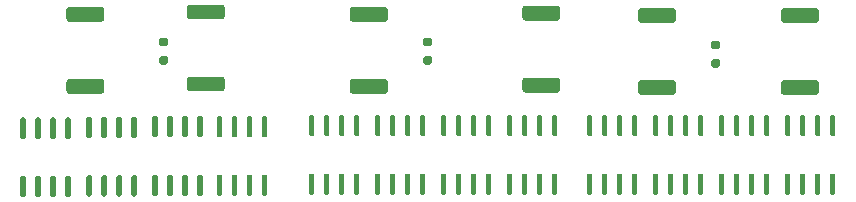
<source format=gbp>
G04 #@! TF.GenerationSoftware,KiCad,Pcbnew,5.1.8*
G04 #@! TF.CreationDate,2021-01-20T23:22:32-05:00*
G04 #@! TF.ProjectId,cnc-controller,636e632d-636f-46e7-9472-6f6c6c65722e,rev?*
G04 #@! TF.SameCoordinates,Original*
G04 #@! TF.FileFunction,Paste,Bot*
G04 #@! TF.FilePolarity,Positive*
%FSLAX46Y46*%
G04 Gerber Fmt 4.6, Leading zero omitted, Abs format (unit mm)*
G04 Created by KiCad (PCBNEW 5.1.8) date 2021-01-20 23:22:32*
%MOMM*%
%LPD*%
G01*
G04 APERTURE LIST*
G04 APERTURE END LIST*
G36*
G01*
X55576016Y-153973800D02*
X52823984Y-153973800D01*
G75*
G02*
X52601200Y-153751016I0J222784D01*
G01*
X52601200Y-152948984D01*
G75*
G02*
X52823984Y-152726200I222784J0D01*
G01*
X55576016Y-152726200D01*
G75*
G02*
X55798800Y-152948984I0J-222784D01*
G01*
X55798800Y-153751016D01*
G75*
G02*
X55576016Y-153973800I-222784J0D01*
G01*
G37*
G36*
G01*
X55576016Y-160073800D02*
X52823984Y-160073800D01*
G75*
G02*
X52601200Y-159851016I0J222784D01*
G01*
X52601200Y-159048984D01*
G75*
G02*
X52823984Y-158826200I222784J0D01*
G01*
X55576016Y-158826200D01*
G75*
G02*
X55798800Y-159048984I0J-222784D01*
G01*
X55798800Y-159851016D01*
G75*
G02*
X55576016Y-160073800I-222784J0D01*
G01*
G37*
G36*
G01*
X70176016Y-153873800D02*
X67423984Y-153873800D01*
G75*
G02*
X67201200Y-153651016I0J222784D01*
G01*
X67201200Y-152848984D01*
G75*
G02*
X67423984Y-152626200I222784J0D01*
G01*
X70176016Y-152626200D01*
G75*
G02*
X70398800Y-152848984I0J-222784D01*
G01*
X70398800Y-153651016D01*
G75*
G02*
X70176016Y-153873800I-222784J0D01*
G01*
G37*
G36*
G01*
X70176016Y-159973800D02*
X67423984Y-159973800D01*
G75*
G02*
X67201200Y-159751016I0J222784D01*
G01*
X67201200Y-158948984D01*
G75*
G02*
X67423984Y-158726200I222784J0D01*
G01*
X70176016Y-158726200D01*
G75*
G02*
X70398800Y-158948984I0J-222784D01*
G01*
X70398800Y-159751016D01*
G75*
G02*
X70176016Y-159973800I-222784J0D01*
G01*
G37*
G36*
G01*
X79976016Y-154073800D02*
X77223984Y-154073800D01*
G75*
G02*
X77001200Y-153851016I0J222784D01*
G01*
X77001200Y-153048984D01*
G75*
G02*
X77223984Y-152826200I222784J0D01*
G01*
X79976016Y-152826200D01*
G75*
G02*
X80198800Y-153048984I0J-222784D01*
G01*
X80198800Y-153851016D01*
G75*
G02*
X79976016Y-154073800I-222784J0D01*
G01*
G37*
G36*
G01*
X79976016Y-160173800D02*
X77223984Y-160173800D01*
G75*
G02*
X77001200Y-159951016I0J222784D01*
G01*
X77001200Y-159148984D01*
G75*
G02*
X77223984Y-158926200I222784J0D01*
G01*
X79976016Y-158926200D01*
G75*
G02*
X80198800Y-159148984I0J-222784D01*
G01*
X80198800Y-159951016D01*
G75*
G02*
X79976016Y-160173800I-222784J0D01*
G01*
G37*
G36*
G01*
X92076016Y-154073800D02*
X89323984Y-154073800D01*
G75*
G02*
X89101200Y-153851016I0J222784D01*
G01*
X89101200Y-153048984D01*
G75*
G02*
X89323984Y-152826200I222784J0D01*
G01*
X92076016Y-152826200D01*
G75*
G02*
X92298800Y-153048984I0J-222784D01*
G01*
X92298800Y-153851016D01*
G75*
G02*
X92076016Y-154073800I-222784J0D01*
G01*
G37*
G36*
G01*
X92076016Y-160173800D02*
X89323984Y-160173800D01*
G75*
G02*
X89101200Y-159951016I0J222784D01*
G01*
X89101200Y-159148984D01*
G75*
G02*
X89323984Y-158926200I222784J0D01*
G01*
X92076016Y-158926200D01*
G75*
G02*
X92298800Y-159148984I0J-222784D01*
G01*
X92298800Y-159951016D01*
G75*
G02*
X92076016Y-160173800I-222784J0D01*
G01*
G37*
G36*
G01*
X31576016Y-153973800D02*
X28823984Y-153973800D01*
G75*
G02*
X28601200Y-153751016I0J222784D01*
G01*
X28601200Y-152948984D01*
G75*
G02*
X28823984Y-152726200I222784J0D01*
G01*
X31576016Y-152726200D01*
G75*
G02*
X31798800Y-152948984I0J-222784D01*
G01*
X31798800Y-153751016D01*
G75*
G02*
X31576016Y-153973800I-222784J0D01*
G01*
G37*
G36*
G01*
X31576016Y-160073800D02*
X28823984Y-160073800D01*
G75*
G02*
X28601200Y-159851016I0J222784D01*
G01*
X28601200Y-159048984D01*
G75*
G02*
X28823984Y-158826200I222784J0D01*
G01*
X31576016Y-158826200D01*
G75*
G02*
X31798800Y-159048984I0J-222784D01*
G01*
X31798800Y-159851016D01*
G75*
G02*
X31576016Y-160073800I-222784J0D01*
G01*
G37*
G36*
G01*
X41776016Y-153773800D02*
X39023984Y-153773800D01*
G75*
G02*
X38801200Y-153551016I0J222784D01*
G01*
X38801200Y-152748984D01*
G75*
G02*
X39023984Y-152526200I222784J0D01*
G01*
X41776016Y-152526200D01*
G75*
G02*
X41998800Y-152748984I0J-222784D01*
G01*
X41998800Y-153551016D01*
G75*
G02*
X41776016Y-153773800I-222784J0D01*
G01*
G37*
G36*
G01*
X41776016Y-159873800D02*
X39023984Y-159873800D01*
G75*
G02*
X38801200Y-159651016I0J222784D01*
G01*
X38801200Y-158848984D01*
G75*
G02*
X39023984Y-158626200I222784J0D01*
G01*
X41776016Y-158626200D01*
G75*
G02*
X41998800Y-158848984I0J-222784D01*
G01*
X41998800Y-159651016D01*
G75*
G02*
X41776016Y-159873800I-222784J0D01*
G01*
G37*
G36*
G01*
X60429100Y-166830200D02*
X60652900Y-166830200D01*
G75*
G02*
X60764800Y-166942100I0J-111900D01*
G01*
X60764800Y-168515900D01*
G75*
G02*
X60652900Y-168627800I-111900J0D01*
G01*
X60429100Y-168627800D01*
G75*
G02*
X60317200Y-168515900I0J111900D01*
G01*
X60317200Y-166942100D01*
G75*
G02*
X60429100Y-166830200I111900J0D01*
G01*
G37*
G36*
G01*
X61699100Y-166830200D02*
X61922900Y-166830200D01*
G75*
G02*
X62034800Y-166942100I0J-111900D01*
G01*
X62034800Y-168515900D01*
G75*
G02*
X61922900Y-168627800I-111900J0D01*
G01*
X61699100Y-168627800D01*
G75*
G02*
X61587200Y-168515900I0J111900D01*
G01*
X61587200Y-166942100D01*
G75*
G02*
X61699100Y-166830200I111900J0D01*
G01*
G37*
G36*
G01*
X62969100Y-166830200D02*
X63192900Y-166830200D01*
G75*
G02*
X63304800Y-166942100I0J-111900D01*
G01*
X63304800Y-168515900D01*
G75*
G02*
X63192900Y-168627800I-111900J0D01*
G01*
X62969100Y-168627800D01*
G75*
G02*
X62857200Y-168515900I0J111900D01*
G01*
X62857200Y-166942100D01*
G75*
G02*
X62969100Y-166830200I111900J0D01*
G01*
G37*
G36*
G01*
X64239100Y-166830200D02*
X64462900Y-166830200D01*
G75*
G02*
X64574800Y-166942100I0J-111900D01*
G01*
X64574800Y-168515900D01*
G75*
G02*
X64462900Y-168627800I-111900J0D01*
G01*
X64239100Y-168627800D01*
G75*
G02*
X64127200Y-168515900I0J111900D01*
G01*
X64127200Y-166942100D01*
G75*
G02*
X64239100Y-166830200I111900J0D01*
G01*
G37*
G36*
G01*
X64239100Y-161880200D02*
X64462900Y-161880200D01*
G75*
G02*
X64574800Y-161992100I0J-111900D01*
G01*
X64574800Y-163565900D01*
G75*
G02*
X64462900Y-163677800I-111900J0D01*
G01*
X64239100Y-163677800D01*
G75*
G02*
X64127200Y-163565900I0J111900D01*
G01*
X64127200Y-161992100D01*
G75*
G02*
X64239100Y-161880200I111900J0D01*
G01*
G37*
G36*
G01*
X62969100Y-161880200D02*
X63192900Y-161880200D01*
G75*
G02*
X63304800Y-161992100I0J-111900D01*
G01*
X63304800Y-163565900D01*
G75*
G02*
X63192900Y-163677800I-111900J0D01*
G01*
X62969100Y-163677800D01*
G75*
G02*
X62857200Y-163565900I0J111900D01*
G01*
X62857200Y-161992100D01*
G75*
G02*
X62969100Y-161880200I111900J0D01*
G01*
G37*
G36*
G01*
X61699100Y-161880200D02*
X61922900Y-161880200D01*
G75*
G02*
X62034800Y-161992100I0J-111900D01*
G01*
X62034800Y-163565900D01*
G75*
G02*
X61922900Y-163677800I-111900J0D01*
G01*
X61699100Y-163677800D01*
G75*
G02*
X61587200Y-163565900I0J111900D01*
G01*
X61587200Y-161992100D01*
G75*
G02*
X61699100Y-161880200I111900J0D01*
G01*
G37*
G36*
G01*
X60429100Y-161880200D02*
X60652900Y-161880200D01*
G75*
G02*
X60764800Y-161992100I0J-111900D01*
G01*
X60764800Y-163565900D01*
G75*
G02*
X60652900Y-163677800I-111900J0D01*
G01*
X60429100Y-163677800D01*
G75*
G02*
X60317200Y-163565900I0J111900D01*
G01*
X60317200Y-161992100D01*
G75*
G02*
X60429100Y-161880200I111900J0D01*
G01*
G37*
G36*
G01*
X49253100Y-166830200D02*
X49476900Y-166830200D01*
G75*
G02*
X49588800Y-166942100I0J-111900D01*
G01*
X49588800Y-168515900D01*
G75*
G02*
X49476900Y-168627800I-111900J0D01*
G01*
X49253100Y-168627800D01*
G75*
G02*
X49141200Y-168515900I0J111900D01*
G01*
X49141200Y-166942100D01*
G75*
G02*
X49253100Y-166830200I111900J0D01*
G01*
G37*
G36*
G01*
X50523100Y-166830200D02*
X50746900Y-166830200D01*
G75*
G02*
X50858800Y-166942100I0J-111900D01*
G01*
X50858800Y-168515900D01*
G75*
G02*
X50746900Y-168627800I-111900J0D01*
G01*
X50523100Y-168627800D01*
G75*
G02*
X50411200Y-168515900I0J111900D01*
G01*
X50411200Y-166942100D01*
G75*
G02*
X50523100Y-166830200I111900J0D01*
G01*
G37*
G36*
G01*
X51793100Y-166830200D02*
X52016900Y-166830200D01*
G75*
G02*
X52128800Y-166942100I0J-111900D01*
G01*
X52128800Y-168515900D01*
G75*
G02*
X52016900Y-168627800I-111900J0D01*
G01*
X51793100Y-168627800D01*
G75*
G02*
X51681200Y-168515900I0J111900D01*
G01*
X51681200Y-166942100D01*
G75*
G02*
X51793100Y-166830200I111900J0D01*
G01*
G37*
G36*
G01*
X53063100Y-166830200D02*
X53286900Y-166830200D01*
G75*
G02*
X53398800Y-166942100I0J-111900D01*
G01*
X53398800Y-168515900D01*
G75*
G02*
X53286900Y-168627800I-111900J0D01*
G01*
X53063100Y-168627800D01*
G75*
G02*
X52951200Y-168515900I0J111900D01*
G01*
X52951200Y-166942100D01*
G75*
G02*
X53063100Y-166830200I111900J0D01*
G01*
G37*
G36*
G01*
X53063100Y-161880200D02*
X53286900Y-161880200D01*
G75*
G02*
X53398800Y-161992100I0J-111900D01*
G01*
X53398800Y-163565900D01*
G75*
G02*
X53286900Y-163677800I-111900J0D01*
G01*
X53063100Y-163677800D01*
G75*
G02*
X52951200Y-163565900I0J111900D01*
G01*
X52951200Y-161992100D01*
G75*
G02*
X53063100Y-161880200I111900J0D01*
G01*
G37*
G36*
G01*
X51793100Y-161880200D02*
X52016900Y-161880200D01*
G75*
G02*
X52128800Y-161992100I0J-111900D01*
G01*
X52128800Y-163565900D01*
G75*
G02*
X52016900Y-163677800I-111900J0D01*
G01*
X51793100Y-163677800D01*
G75*
G02*
X51681200Y-163565900I0J111900D01*
G01*
X51681200Y-161992100D01*
G75*
G02*
X51793100Y-161880200I111900J0D01*
G01*
G37*
G36*
G01*
X50523100Y-161880200D02*
X50746900Y-161880200D01*
G75*
G02*
X50858800Y-161992100I0J-111900D01*
G01*
X50858800Y-163565900D01*
G75*
G02*
X50746900Y-163677800I-111900J0D01*
G01*
X50523100Y-163677800D01*
G75*
G02*
X50411200Y-163565900I0J111900D01*
G01*
X50411200Y-161992100D01*
G75*
G02*
X50523100Y-161880200I111900J0D01*
G01*
G37*
G36*
G01*
X49253100Y-161880200D02*
X49476900Y-161880200D01*
G75*
G02*
X49588800Y-161992100I0J-111900D01*
G01*
X49588800Y-163565900D01*
G75*
G02*
X49476900Y-163677800I-111900J0D01*
G01*
X49253100Y-163677800D01*
G75*
G02*
X49141200Y-163565900I0J111900D01*
G01*
X49141200Y-161992100D01*
G75*
G02*
X49253100Y-161880200I111900J0D01*
G01*
G37*
G36*
G01*
X66017100Y-166830200D02*
X66240900Y-166830200D01*
G75*
G02*
X66352800Y-166942100I0J-111900D01*
G01*
X66352800Y-168515900D01*
G75*
G02*
X66240900Y-168627800I-111900J0D01*
G01*
X66017100Y-168627800D01*
G75*
G02*
X65905200Y-168515900I0J111900D01*
G01*
X65905200Y-166942100D01*
G75*
G02*
X66017100Y-166830200I111900J0D01*
G01*
G37*
G36*
G01*
X67287100Y-166830200D02*
X67510900Y-166830200D01*
G75*
G02*
X67622800Y-166942100I0J-111900D01*
G01*
X67622800Y-168515900D01*
G75*
G02*
X67510900Y-168627800I-111900J0D01*
G01*
X67287100Y-168627800D01*
G75*
G02*
X67175200Y-168515900I0J111900D01*
G01*
X67175200Y-166942100D01*
G75*
G02*
X67287100Y-166830200I111900J0D01*
G01*
G37*
G36*
G01*
X68557100Y-166830200D02*
X68780900Y-166830200D01*
G75*
G02*
X68892800Y-166942100I0J-111900D01*
G01*
X68892800Y-168515900D01*
G75*
G02*
X68780900Y-168627800I-111900J0D01*
G01*
X68557100Y-168627800D01*
G75*
G02*
X68445200Y-168515900I0J111900D01*
G01*
X68445200Y-166942100D01*
G75*
G02*
X68557100Y-166830200I111900J0D01*
G01*
G37*
G36*
G01*
X69827100Y-166830200D02*
X70050900Y-166830200D01*
G75*
G02*
X70162800Y-166942100I0J-111900D01*
G01*
X70162800Y-168515900D01*
G75*
G02*
X70050900Y-168627800I-111900J0D01*
G01*
X69827100Y-168627800D01*
G75*
G02*
X69715200Y-168515900I0J111900D01*
G01*
X69715200Y-166942100D01*
G75*
G02*
X69827100Y-166830200I111900J0D01*
G01*
G37*
G36*
G01*
X69827100Y-161880200D02*
X70050900Y-161880200D01*
G75*
G02*
X70162800Y-161992100I0J-111900D01*
G01*
X70162800Y-163565900D01*
G75*
G02*
X70050900Y-163677800I-111900J0D01*
G01*
X69827100Y-163677800D01*
G75*
G02*
X69715200Y-163565900I0J111900D01*
G01*
X69715200Y-161992100D01*
G75*
G02*
X69827100Y-161880200I111900J0D01*
G01*
G37*
G36*
G01*
X68557100Y-161880200D02*
X68780900Y-161880200D01*
G75*
G02*
X68892800Y-161992100I0J-111900D01*
G01*
X68892800Y-163565900D01*
G75*
G02*
X68780900Y-163677800I-111900J0D01*
G01*
X68557100Y-163677800D01*
G75*
G02*
X68445200Y-163565900I0J111900D01*
G01*
X68445200Y-161992100D01*
G75*
G02*
X68557100Y-161880200I111900J0D01*
G01*
G37*
G36*
G01*
X67287100Y-161880200D02*
X67510900Y-161880200D01*
G75*
G02*
X67622800Y-161992100I0J-111900D01*
G01*
X67622800Y-163565900D01*
G75*
G02*
X67510900Y-163677800I-111900J0D01*
G01*
X67287100Y-163677800D01*
G75*
G02*
X67175200Y-163565900I0J111900D01*
G01*
X67175200Y-161992100D01*
G75*
G02*
X67287100Y-161880200I111900J0D01*
G01*
G37*
G36*
G01*
X66017100Y-161880200D02*
X66240900Y-161880200D01*
G75*
G02*
X66352800Y-161992100I0J-111900D01*
G01*
X66352800Y-163565900D01*
G75*
G02*
X66240900Y-163677800I-111900J0D01*
G01*
X66017100Y-163677800D01*
G75*
G02*
X65905200Y-163565900I0J111900D01*
G01*
X65905200Y-161992100D01*
G75*
G02*
X66017100Y-161880200I111900J0D01*
G01*
G37*
G36*
G01*
X54841100Y-166830200D02*
X55064900Y-166830200D01*
G75*
G02*
X55176800Y-166942100I0J-111900D01*
G01*
X55176800Y-168515900D01*
G75*
G02*
X55064900Y-168627800I-111900J0D01*
G01*
X54841100Y-168627800D01*
G75*
G02*
X54729200Y-168515900I0J111900D01*
G01*
X54729200Y-166942100D01*
G75*
G02*
X54841100Y-166830200I111900J0D01*
G01*
G37*
G36*
G01*
X56111100Y-166830200D02*
X56334900Y-166830200D01*
G75*
G02*
X56446800Y-166942100I0J-111900D01*
G01*
X56446800Y-168515900D01*
G75*
G02*
X56334900Y-168627800I-111900J0D01*
G01*
X56111100Y-168627800D01*
G75*
G02*
X55999200Y-168515900I0J111900D01*
G01*
X55999200Y-166942100D01*
G75*
G02*
X56111100Y-166830200I111900J0D01*
G01*
G37*
G36*
G01*
X57381100Y-166830200D02*
X57604900Y-166830200D01*
G75*
G02*
X57716800Y-166942100I0J-111900D01*
G01*
X57716800Y-168515900D01*
G75*
G02*
X57604900Y-168627800I-111900J0D01*
G01*
X57381100Y-168627800D01*
G75*
G02*
X57269200Y-168515900I0J111900D01*
G01*
X57269200Y-166942100D01*
G75*
G02*
X57381100Y-166830200I111900J0D01*
G01*
G37*
G36*
G01*
X58651100Y-166830200D02*
X58874900Y-166830200D01*
G75*
G02*
X58986800Y-166942100I0J-111900D01*
G01*
X58986800Y-168515900D01*
G75*
G02*
X58874900Y-168627800I-111900J0D01*
G01*
X58651100Y-168627800D01*
G75*
G02*
X58539200Y-168515900I0J111900D01*
G01*
X58539200Y-166942100D01*
G75*
G02*
X58651100Y-166830200I111900J0D01*
G01*
G37*
G36*
G01*
X58651100Y-161880200D02*
X58874900Y-161880200D01*
G75*
G02*
X58986800Y-161992100I0J-111900D01*
G01*
X58986800Y-163565900D01*
G75*
G02*
X58874900Y-163677800I-111900J0D01*
G01*
X58651100Y-163677800D01*
G75*
G02*
X58539200Y-163565900I0J111900D01*
G01*
X58539200Y-161992100D01*
G75*
G02*
X58651100Y-161880200I111900J0D01*
G01*
G37*
G36*
G01*
X57381100Y-161880200D02*
X57604900Y-161880200D01*
G75*
G02*
X57716800Y-161992100I0J-111900D01*
G01*
X57716800Y-163565900D01*
G75*
G02*
X57604900Y-163677800I-111900J0D01*
G01*
X57381100Y-163677800D01*
G75*
G02*
X57269200Y-163565900I0J111900D01*
G01*
X57269200Y-161992100D01*
G75*
G02*
X57381100Y-161880200I111900J0D01*
G01*
G37*
G36*
G01*
X56111100Y-161880200D02*
X56334900Y-161880200D01*
G75*
G02*
X56446800Y-161992100I0J-111900D01*
G01*
X56446800Y-163565900D01*
G75*
G02*
X56334900Y-163677800I-111900J0D01*
G01*
X56111100Y-163677800D01*
G75*
G02*
X55999200Y-163565900I0J111900D01*
G01*
X55999200Y-161992100D01*
G75*
G02*
X56111100Y-161880200I111900J0D01*
G01*
G37*
G36*
G01*
X54841100Y-161880200D02*
X55064900Y-161880200D01*
G75*
G02*
X55176800Y-161992100I0J-111900D01*
G01*
X55176800Y-163565900D01*
G75*
G02*
X55064900Y-163677800I-111900J0D01*
G01*
X54841100Y-163677800D01*
G75*
G02*
X54729200Y-163565900I0J111900D01*
G01*
X54729200Y-161992100D01*
G75*
G02*
X54841100Y-161880200I111900J0D01*
G01*
G37*
G36*
G01*
X83967100Y-166830200D02*
X84190900Y-166830200D01*
G75*
G02*
X84302800Y-166942100I0J-111900D01*
G01*
X84302800Y-168515900D01*
G75*
G02*
X84190900Y-168627800I-111900J0D01*
G01*
X83967100Y-168627800D01*
G75*
G02*
X83855200Y-168515900I0J111900D01*
G01*
X83855200Y-166942100D01*
G75*
G02*
X83967100Y-166830200I111900J0D01*
G01*
G37*
G36*
G01*
X85237100Y-166830200D02*
X85460900Y-166830200D01*
G75*
G02*
X85572800Y-166942100I0J-111900D01*
G01*
X85572800Y-168515900D01*
G75*
G02*
X85460900Y-168627800I-111900J0D01*
G01*
X85237100Y-168627800D01*
G75*
G02*
X85125200Y-168515900I0J111900D01*
G01*
X85125200Y-166942100D01*
G75*
G02*
X85237100Y-166830200I111900J0D01*
G01*
G37*
G36*
G01*
X86507100Y-166830200D02*
X86730900Y-166830200D01*
G75*
G02*
X86842800Y-166942100I0J-111900D01*
G01*
X86842800Y-168515900D01*
G75*
G02*
X86730900Y-168627800I-111900J0D01*
G01*
X86507100Y-168627800D01*
G75*
G02*
X86395200Y-168515900I0J111900D01*
G01*
X86395200Y-166942100D01*
G75*
G02*
X86507100Y-166830200I111900J0D01*
G01*
G37*
G36*
G01*
X87777100Y-166830200D02*
X88000900Y-166830200D01*
G75*
G02*
X88112800Y-166942100I0J-111900D01*
G01*
X88112800Y-168515900D01*
G75*
G02*
X88000900Y-168627800I-111900J0D01*
G01*
X87777100Y-168627800D01*
G75*
G02*
X87665200Y-168515900I0J111900D01*
G01*
X87665200Y-166942100D01*
G75*
G02*
X87777100Y-166830200I111900J0D01*
G01*
G37*
G36*
G01*
X87777100Y-161880200D02*
X88000900Y-161880200D01*
G75*
G02*
X88112800Y-161992100I0J-111900D01*
G01*
X88112800Y-163565900D01*
G75*
G02*
X88000900Y-163677800I-111900J0D01*
G01*
X87777100Y-163677800D01*
G75*
G02*
X87665200Y-163565900I0J111900D01*
G01*
X87665200Y-161992100D01*
G75*
G02*
X87777100Y-161880200I111900J0D01*
G01*
G37*
G36*
G01*
X86507100Y-161880200D02*
X86730900Y-161880200D01*
G75*
G02*
X86842800Y-161992100I0J-111900D01*
G01*
X86842800Y-163565900D01*
G75*
G02*
X86730900Y-163677800I-111900J0D01*
G01*
X86507100Y-163677800D01*
G75*
G02*
X86395200Y-163565900I0J111900D01*
G01*
X86395200Y-161992100D01*
G75*
G02*
X86507100Y-161880200I111900J0D01*
G01*
G37*
G36*
G01*
X85237100Y-161880200D02*
X85460900Y-161880200D01*
G75*
G02*
X85572800Y-161992100I0J-111900D01*
G01*
X85572800Y-163565900D01*
G75*
G02*
X85460900Y-163677800I-111900J0D01*
G01*
X85237100Y-163677800D01*
G75*
G02*
X85125200Y-163565900I0J111900D01*
G01*
X85125200Y-161992100D01*
G75*
G02*
X85237100Y-161880200I111900J0D01*
G01*
G37*
G36*
G01*
X83967100Y-161880200D02*
X84190900Y-161880200D01*
G75*
G02*
X84302800Y-161992100I0J-111900D01*
G01*
X84302800Y-163565900D01*
G75*
G02*
X84190900Y-163677800I-111900J0D01*
G01*
X83967100Y-163677800D01*
G75*
G02*
X83855200Y-163565900I0J111900D01*
G01*
X83855200Y-161992100D01*
G75*
G02*
X83967100Y-161880200I111900J0D01*
G01*
G37*
G36*
G01*
X72791100Y-166830200D02*
X73014900Y-166830200D01*
G75*
G02*
X73126800Y-166942100I0J-111900D01*
G01*
X73126800Y-168515900D01*
G75*
G02*
X73014900Y-168627800I-111900J0D01*
G01*
X72791100Y-168627800D01*
G75*
G02*
X72679200Y-168515900I0J111900D01*
G01*
X72679200Y-166942100D01*
G75*
G02*
X72791100Y-166830200I111900J0D01*
G01*
G37*
G36*
G01*
X74061100Y-166830200D02*
X74284900Y-166830200D01*
G75*
G02*
X74396800Y-166942100I0J-111900D01*
G01*
X74396800Y-168515900D01*
G75*
G02*
X74284900Y-168627800I-111900J0D01*
G01*
X74061100Y-168627800D01*
G75*
G02*
X73949200Y-168515900I0J111900D01*
G01*
X73949200Y-166942100D01*
G75*
G02*
X74061100Y-166830200I111900J0D01*
G01*
G37*
G36*
G01*
X75331100Y-166830200D02*
X75554900Y-166830200D01*
G75*
G02*
X75666800Y-166942100I0J-111900D01*
G01*
X75666800Y-168515900D01*
G75*
G02*
X75554900Y-168627800I-111900J0D01*
G01*
X75331100Y-168627800D01*
G75*
G02*
X75219200Y-168515900I0J111900D01*
G01*
X75219200Y-166942100D01*
G75*
G02*
X75331100Y-166830200I111900J0D01*
G01*
G37*
G36*
G01*
X76601100Y-166830200D02*
X76824900Y-166830200D01*
G75*
G02*
X76936800Y-166942100I0J-111900D01*
G01*
X76936800Y-168515900D01*
G75*
G02*
X76824900Y-168627800I-111900J0D01*
G01*
X76601100Y-168627800D01*
G75*
G02*
X76489200Y-168515900I0J111900D01*
G01*
X76489200Y-166942100D01*
G75*
G02*
X76601100Y-166830200I111900J0D01*
G01*
G37*
G36*
G01*
X76601100Y-161880200D02*
X76824900Y-161880200D01*
G75*
G02*
X76936800Y-161992100I0J-111900D01*
G01*
X76936800Y-163565900D01*
G75*
G02*
X76824900Y-163677800I-111900J0D01*
G01*
X76601100Y-163677800D01*
G75*
G02*
X76489200Y-163565900I0J111900D01*
G01*
X76489200Y-161992100D01*
G75*
G02*
X76601100Y-161880200I111900J0D01*
G01*
G37*
G36*
G01*
X75331100Y-161880200D02*
X75554900Y-161880200D01*
G75*
G02*
X75666800Y-161992100I0J-111900D01*
G01*
X75666800Y-163565900D01*
G75*
G02*
X75554900Y-163677800I-111900J0D01*
G01*
X75331100Y-163677800D01*
G75*
G02*
X75219200Y-163565900I0J111900D01*
G01*
X75219200Y-161992100D01*
G75*
G02*
X75331100Y-161880200I111900J0D01*
G01*
G37*
G36*
G01*
X74061100Y-161880200D02*
X74284900Y-161880200D01*
G75*
G02*
X74396800Y-161992100I0J-111900D01*
G01*
X74396800Y-163565900D01*
G75*
G02*
X74284900Y-163677800I-111900J0D01*
G01*
X74061100Y-163677800D01*
G75*
G02*
X73949200Y-163565900I0J111900D01*
G01*
X73949200Y-161992100D01*
G75*
G02*
X74061100Y-161880200I111900J0D01*
G01*
G37*
G36*
G01*
X72791100Y-161880200D02*
X73014900Y-161880200D01*
G75*
G02*
X73126800Y-161992100I0J-111900D01*
G01*
X73126800Y-163565900D01*
G75*
G02*
X73014900Y-163677800I-111900J0D01*
G01*
X72791100Y-163677800D01*
G75*
G02*
X72679200Y-163565900I0J111900D01*
G01*
X72679200Y-161992100D01*
G75*
G02*
X72791100Y-161880200I111900J0D01*
G01*
G37*
G36*
G01*
X89555100Y-166830200D02*
X89778900Y-166830200D01*
G75*
G02*
X89890800Y-166942100I0J-111900D01*
G01*
X89890800Y-168515900D01*
G75*
G02*
X89778900Y-168627800I-111900J0D01*
G01*
X89555100Y-168627800D01*
G75*
G02*
X89443200Y-168515900I0J111900D01*
G01*
X89443200Y-166942100D01*
G75*
G02*
X89555100Y-166830200I111900J0D01*
G01*
G37*
G36*
G01*
X90825100Y-166830200D02*
X91048900Y-166830200D01*
G75*
G02*
X91160800Y-166942100I0J-111900D01*
G01*
X91160800Y-168515900D01*
G75*
G02*
X91048900Y-168627800I-111900J0D01*
G01*
X90825100Y-168627800D01*
G75*
G02*
X90713200Y-168515900I0J111900D01*
G01*
X90713200Y-166942100D01*
G75*
G02*
X90825100Y-166830200I111900J0D01*
G01*
G37*
G36*
G01*
X92095100Y-166830200D02*
X92318900Y-166830200D01*
G75*
G02*
X92430800Y-166942100I0J-111900D01*
G01*
X92430800Y-168515900D01*
G75*
G02*
X92318900Y-168627800I-111900J0D01*
G01*
X92095100Y-168627800D01*
G75*
G02*
X91983200Y-168515900I0J111900D01*
G01*
X91983200Y-166942100D01*
G75*
G02*
X92095100Y-166830200I111900J0D01*
G01*
G37*
G36*
G01*
X93365100Y-166830200D02*
X93588900Y-166830200D01*
G75*
G02*
X93700800Y-166942100I0J-111900D01*
G01*
X93700800Y-168515900D01*
G75*
G02*
X93588900Y-168627800I-111900J0D01*
G01*
X93365100Y-168627800D01*
G75*
G02*
X93253200Y-168515900I0J111900D01*
G01*
X93253200Y-166942100D01*
G75*
G02*
X93365100Y-166830200I111900J0D01*
G01*
G37*
G36*
G01*
X93365100Y-161880200D02*
X93588900Y-161880200D01*
G75*
G02*
X93700800Y-161992100I0J-111900D01*
G01*
X93700800Y-163565900D01*
G75*
G02*
X93588900Y-163677800I-111900J0D01*
G01*
X93365100Y-163677800D01*
G75*
G02*
X93253200Y-163565900I0J111900D01*
G01*
X93253200Y-161992100D01*
G75*
G02*
X93365100Y-161880200I111900J0D01*
G01*
G37*
G36*
G01*
X92095100Y-161880200D02*
X92318900Y-161880200D01*
G75*
G02*
X92430800Y-161992100I0J-111900D01*
G01*
X92430800Y-163565900D01*
G75*
G02*
X92318900Y-163677800I-111900J0D01*
G01*
X92095100Y-163677800D01*
G75*
G02*
X91983200Y-163565900I0J111900D01*
G01*
X91983200Y-161992100D01*
G75*
G02*
X92095100Y-161880200I111900J0D01*
G01*
G37*
G36*
G01*
X90825100Y-161880200D02*
X91048900Y-161880200D01*
G75*
G02*
X91160800Y-161992100I0J-111900D01*
G01*
X91160800Y-163565900D01*
G75*
G02*
X91048900Y-163677800I-111900J0D01*
G01*
X90825100Y-163677800D01*
G75*
G02*
X90713200Y-163565900I0J111900D01*
G01*
X90713200Y-161992100D01*
G75*
G02*
X90825100Y-161880200I111900J0D01*
G01*
G37*
G36*
G01*
X89555100Y-161880200D02*
X89778900Y-161880200D01*
G75*
G02*
X89890800Y-161992100I0J-111900D01*
G01*
X89890800Y-163565900D01*
G75*
G02*
X89778900Y-163677800I-111900J0D01*
G01*
X89555100Y-163677800D01*
G75*
G02*
X89443200Y-163565900I0J111900D01*
G01*
X89443200Y-161992100D01*
G75*
G02*
X89555100Y-161880200I111900J0D01*
G01*
G37*
G36*
G01*
X78379100Y-166830200D02*
X78602900Y-166830200D01*
G75*
G02*
X78714800Y-166942100I0J-111900D01*
G01*
X78714800Y-168515900D01*
G75*
G02*
X78602900Y-168627800I-111900J0D01*
G01*
X78379100Y-168627800D01*
G75*
G02*
X78267200Y-168515900I0J111900D01*
G01*
X78267200Y-166942100D01*
G75*
G02*
X78379100Y-166830200I111900J0D01*
G01*
G37*
G36*
G01*
X79649100Y-166830200D02*
X79872900Y-166830200D01*
G75*
G02*
X79984800Y-166942100I0J-111900D01*
G01*
X79984800Y-168515900D01*
G75*
G02*
X79872900Y-168627800I-111900J0D01*
G01*
X79649100Y-168627800D01*
G75*
G02*
X79537200Y-168515900I0J111900D01*
G01*
X79537200Y-166942100D01*
G75*
G02*
X79649100Y-166830200I111900J0D01*
G01*
G37*
G36*
G01*
X80919100Y-166830200D02*
X81142900Y-166830200D01*
G75*
G02*
X81254800Y-166942100I0J-111900D01*
G01*
X81254800Y-168515900D01*
G75*
G02*
X81142900Y-168627800I-111900J0D01*
G01*
X80919100Y-168627800D01*
G75*
G02*
X80807200Y-168515900I0J111900D01*
G01*
X80807200Y-166942100D01*
G75*
G02*
X80919100Y-166830200I111900J0D01*
G01*
G37*
G36*
G01*
X82189100Y-166830200D02*
X82412900Y-166830200D01*
G75*
G02*
X82524800Y-166942100I0J-111900D01*
G01*
X82524800Y-168515900D01*
G75*
G02*
X82412900Y-168627800I-111900J0D01*
G01*
X82189100Y-168627800D01*
G75*
G02*
X82077200Y-168515900I0J111900D01*
G01*
X82077200Y-166942100D01*
G75*
G02*
X82189100Y-166830200I111900J0D01*
G01*
G37*
G36*
G01*
X82189100Y-161880200D02*
X82412900Y-161880200D01*
G75*
G02*
X82524800Y-161992100I0J-111900D01*
G01*
X82524800Y-163565900D01*
G75*
G02*
X82412900Y-163677800I-111900J0D01*
G01*
X82189100Y-163677800D01*
G75*
G02*
X82077200Y-163565900I0J111900D01*
G01*
X82077200Y-161992100D01*
G75*
G02*
X82189100Y-161880200I111900J0D01*
G01*
G37*
G36*
G01*
X80919100Y-161880200D02*
X81142900Y-161880200D01*
G75*
G02*
X81254800Y-161992100I0J-111900D01*
G01*
X81254800Y-163565900D01*
G75*
G02*
X81142900Y-163677800I-111900J0D01*
G01*
X80919100Y-163677800D01*
G75*
G02*
X80807200Y-163565900I0J111900D01*
G01*
X80807200Y-161992100D01*
G75*
G02*
X80919100Y-161880200I111900J0D01*
G01*
G37*
G36*
G01*
X79649100Y-161880200D02*
X79872900Y-161880200D01*
G75*
G02*
X79984800Y-161992100I0J-111900D01*
G01*
X79984800Y-163565900D01*
G75*
G02*
X79872900Y-163677800I-111900J0D01*
G01*
X79649100Y-163677800D01*
G75*
G02*
X79537200Y-163565900I0J111900D01*
G01*
X79537200Y-161992100D01*
G75*
G02*
X79649100Y-161880200I111900J0D01*
G01*
G37*
G36*
G01*
X78379100Y-161880200D02*
X78602900Y-161880200D01*
G75*
G02*
X78714800Y-161992100I0J-111900D01*
G01*
X78714800Y-163565900D01*
G75*
G02*
X78602900Y-163677800I-111900J0D01*
G01*
X78379100Y-163677800D01*
G75*
G02*
X78267200Y-163565900I0J111900D01*
G01*
X78267200Y-161992100D01*
G75*
G02*
X78379100Y-161880200I111900J0D01*
G01*
G37*
G36*
G01*
X35989100Y-166926200D02*
X36212900Y-166926200D01*
G75*
G02*
X36324800Y-167038100I0J-111900D01*
G01*
X36324800Y-168611900D01*
G75*
G02*
X36212900Y-168723800I-111900J0D01*
G01*
X35989100Y-168723800D01*
G75*
G02*
X35877200Y-168611900I0J111900D01*
G01*
X35877200Y-167038100D01*
G75*
G02*
X35989100Y-166926200I111900J0D01*
G01*
G37*
G36*
G01*
X37259100Y-166926200D02*
X37482900Y-166926200D01*
G75*
G02*
X37594800Y-167038100I0J-111900D01*
G01*
X37594800Y-168611900D01*
G75*
G02*
X37482900Y-168723800I-111900J0D01*
G01*
X37259100Y-168723800D01*
G75*
G02*
X37147200Y-168611900I0J111900D01*
G01*
X37147200Y-167038100D01*
G75*
G02*
X37259100Y-166926200I111900J0D01*
G01*
G37*
G36*
G01*
X38529100Y-166926200D02*
X38752900Y-166926200D01*
G75*
G02*
X38864800Y-167038100I0J-111900D01*
G01*
X38864800Y-168611900D01*
G75*
G02*
X38752900Y-168723800I-111900J0D01*
G01*
X38529100Y-168723800D01*
G75*
G02*
X38417200Y-168611900I0J111900D01*
G01*
X38417200Y-167038100D01*
G75*
G02*
X38529100Y-166926200I111900J0D01*
G01*
G37*
G36*
G01*
X39799100Y-166926200D02*
X40022900Y-166926200D01*
G75*
G02*
X40134800Y-167038100I0J-111900D01*
G01*
X40134800Y-168611900D01*
G75*
G02*
X40022900Y-168723800I-111900J0D01*
G01*
X39799100Y-168723800D01*
G75*
G02*
X39687200Y-168611900I0J111900D01*
G01*
X39687200Y-167038100D01*
G75*
G02*
X39799100Y-166926200I111900J0D01*
G01*
G37*
G36*
G01*
X39799100Y-161976200D02*
X40022900Y-161976200D01*
G75*
G02*
X40134800Y-162088100I0J-111900D01*
G01*
X40134800Y-163661900D01*
G75*
G02*
X40022900Y-163773800I-111900J0D01*
G01*
X39799100Y-163773800D01*
G75*
G02*
X39687200Y-163661900I0J111900D01*
G01*
X39687200Y-162088100D01*
G75*
G02*
X39799100Y-161976200I111900J0D01*
G01*
G37*
G36*
G01*
X38529100Y-161976200D02*
X38752900Y-161976200D01*
G75*
G02*
X38864800Y-162088100I0J-111900D01*
G01*
X38864800Y-163661900D01*
G75*
G02*
X38752900Y-163773800I-111900J0D01*
G01*
X38529100Y-163773800D01*
G75*
G02*
X38417200Y-163661900I0J111900D01*
G01*
X38417200Y-162088100D01*
G75*
G02*
X38529100Y-161976200I111900J0D01*
G01*
G37*
G36*
G01*
X37259100Y-161976200D02*
X37482900Y-161976200D01*
G75*
G02*
X37594800Y-162088100I0J-111900D01*
G01*
X37594800Y-163661900D01*
G75*
G02*
X37482900Y-163773800I-111900J0D01*
G01*
X37259100Y-163773800D01*
G75*
G02*
X37147200Y-163661900I0J111900D01*
G01*
X37147200Y-162088100D01*
G75*
G02*
X37259100Y-161976200I111900J0D01*
G01*
G37*
G36*
G01*
X35989100Y-161976200D02*
X36212900Y-161976200D01*
G75*
G02*
X36324800Y-162088100I0J-111900D01*
G01*
X36324800Y-163661900D01*
G75*
G02*
X36212900Y-163773800I-111900J0D01*
G01*
X35989100Y-163773800D01*
G75*
G02*
X35877200Y-163661900I0J111900D01*
G01*
X35877200Y-162088100D01*
G75*
G02*
X35989100Y-161976200I111900J0D01*
G01*
G37*
G36*
G01*
X24813100Y-167030200D02*
X25036900Y-167030200D01*
G75*
G02*
X25148800Y-167142100I0J-111900D01*
G01*
X25148800Y-168715900D01*
G75*
G02*
X25036900Y-168827800I-111900J0D01*
G01*
X24813100Y-168827800D01*
G75*
G02*
X24701200Y-168715900I0J111900D01*
G01*
X24701200Y-167142100D01*
G75*
G02*
X24813100Y-167030200I111900J0D01*
G01*
G37*
G36*
G01*
X26083100Y-167030200D02*
X26306900Y-167030200D01*
G75*
G02*
X26418800Y-167142100I0J-111900D01*
G01*
X26418800Y-168715900D01*
G75*
G02*
X26306900Y-168827800I-111900J0D01*
G01*
X26083100Y-168827800D01*
G75*
G02*
X25971200Y-168715900I0J111900D01*
G01*
X25971200Y-167142100D01*
G75*
G02*
X26083100Y-167030200I111900J0D01*
G01*
G37*
G36*
G01*
X27353100Y-167030200D02*
X27576900Y-167030200D01*
G75*
G02*
X27688800Y-167142100I0J-111900D01*
G01*
X27688800Y-168715900D01*
G75*
G02*
X27576900Y-168827800I-111900J0D01*
G01*
X27353100Y-168827800D01*
G75*
G02*
X27241200Y-168715900I0J111900D01*
G01*
X27241200Y-167142100D01*
G75*
G02*
X27353100Y-167030200I111900J0D01*
G01*
G37*
G36*
G01*
X28623100Y-167030200D02*
X28846900Y-167030200D01*
G75*
G02*
X28958800Y-167142100I0J-111900D01*
G01*
X28958800Y-168715900D01*
G75*
G02*
X28846900Y-168827800I-111900J0D01*
G01*
X28623100Y-168827800D01*
G75*
G02*
X28511200Y-168715900I0J111900D01*
G01*
X28511200Y-167142100D01*
G75*
G02*
X28623100Y-167030200I111900J0D01*
G01*
G37*
G36*
G01*
X28623100Y-162080200D02*
X28846900Y-162080200D01*
G75*
G02*
X28958800Y-162192100I0J-111900D01*
G01*
X28958800Y-163765900D01*
G75*
G02*
X28846900Y-163877800I-111900J0D01*
G01*
X28623100Y-163877800D01*
G75*
G02*
X28511200Y-163765900I0J111900D01*
G01*
X28511200Y-162192100D01*
G75*
G02*
X28623100Y-162080200I111900J0D01*
G01*
G37*
G36*
G01*
X27353100Y-162080200D02*
X27576900Y-162080200D01*
G75*
G02*
X27688800Y-162192100I0J-111900D01*
G01*
X27688800Y-163765900D01*
G75*
G02*
X27576900Y-163877800I-111900J0D01*
G01*
X27353100Y-163877800D01*
G75*
G02*
X27241200Y-163765900I0J111900D01*
G01*
X27241200Y-162192100D01*
G75*
G02*
X27353100Y-162080200I111900J0D01*
G01*
G37*
G36*
G01*
X26083100Y-162080200D02*
X26306900Y-162080200D01*
G75*
G02*
X26418800Y-162192100I0J-111900D01*
G01*
X26418800Y-163765900D01*
G75*
G02*
X26306900Y-163877800I-111900J0D01*
G01*
X26083100Y-163877800D01*
G75*
G02*
X25971200Y-163765900I0J111900D01*
G01*
X25971200Y-162192100D01*
G75*
G02*
X26083100Y-162080200I111900J0D01*
G01*
G37*
G36*
G01*
X24813100Y-162080200D02*
X25036900Y-162080200D01*
G75*
G02*
X25148800Y-162192100I0J-111900D01*
G01*
X25148800Y-163765900D01*
G75*
G02*
X25036900Y-163877800I-111900J0D01*
G01*
X24813100Y-163877800D01*
G75*
G02*
X24701200Y-163765900I0J111900D01*
G01*
X24701200Y-162192100D01*
G75*
G02*
X24813100Y-162080200I111900J0D01*
G01*
G37*
G36*
G01*
X41453100Y-166926200D02*
X41676900Y-166926200D01*
G75*
G02*
X41788800Y-167038100I0J-111900D01*
G01*
X41788800Y-168611900D01*
G75*
G02*
X41676900Y-168723800I-111900J0D01*
G01*
X41453100Y-168723800D01*
G75*
G02*
X41341200Y-168611900I0J111900D01*
G01*
X41341200Y-167038100D01*
G75*
G02*
X41453100Y-166926200I111900J0D01*
G01*
G37*
G36*
G01*
X42723100Y-166926200D02*
X42946900Y-166926200D01*
G75*
G02*
X43058800Y-167038100I0J-111900D01*
G01*
X43058800Y-168611900D01*
G75*
G02*
X42946900Y-168723800I-111900J0D01*
G01*
X42723100Y-168723800D01*
G75*
G02*
X42611200Y-168611900I0J111900D01*
G01*
X42611200Y-167038100D01*
G75*
G02*
X42723100Y-166926200I111900J0D01*
G01*
G37*
G36*
G01*
X43993100Y-166926200D02*
X44216900Y-166926200D01*
G75*
G02*
X44328800Y-167038100I0J-111900D01*
G01*
X44328800Y-168611900D01*
G75*
G02*
X44216900Y-168723800I-111900J0D01*
G01*
X43993100Y-168723800D01*
G75*
G02*
X43881200Y-168611900I0J111900D01*
G01*
X43881200Y-167038100D01*
G75*
G02*
X43993100Y-166926200I111900J0D01*
G01*
G37*
G36*
G01*
X45263100Y-166926200D02*
X45486900Y-166926200D01*
G75*
G02*
X45598800Y-167038100I0J-111900D01*
G01*
X45598800Y-168611900D01*
G75*
G02*
X45486900Y-168723800I-111900J0D01*
G01*
X45263100Y-168723800D01*
G75*
G02*
X45151200Y-168611900I0J111900D01*
G01*
X45151200Y-167038100D01*
G75*
G02*
X45263100Y-166926200I111900J0D01*
G01*
G37*
G36*
G01*
X45263100Y-161976200D02*
X45486900Y-161976200D01*
G75*
G02*
X45598800Y-162088100I0J-111900D01*
G01*
X45598800Y-163661900D01*
G75*
G02*
X45486900Y-163773800I-111900J0D01*
G01*
X45263100Y-163773800D01*
G75*
G02*
X45151200Y-163661900I0J111900D01*
G01*
X45151200Y-162088100D01*
G75*
G02*
X45263100Y-161976200I111900J0D01*
G01*
G37*
G36*
G01*
X43993100Y-161976200D02*
X44216900Y-161976200D01*
G75*
G02*
X44328800Y-162088100I0J-111900D01*
G01*
X44328800Y-163661900D01*
G75*
G02*
X44216900Y-163773800I-111900J0D01*
G01*
X43993100Y-163773800D01*
G75*
G02*
X43881200Y-163661900I0J111900D01*
G01*
X43881200Y-162088100D01*
G75*
G02*
X43993100Y-161976200I111900J0D01*
G01*
G37*
G36*
G01*
X42723100Y-161976200D02*
X42946900Y-161976200D01*
G75*
G02*
X43058800Y-162088100I0J-111900D01*
G01*
X43058800Y-163661900D01*
G75*
G02*
X42946900Y-163773800I-111900J0D01*
G01*
X42723100Y-163773800D01*
G75*
G02*
X42611200Y-163661900I0J111900D01*
G01*
X42611200Y-162088100D01*
G75*
G02*
X42723100Y-161976200I111900J0D01*
G01*
G37*
G36*
G01*
X41453100Y-161976200D02*
X41676900Y-161976200D01*
G75*
G02*
X41788800Y-162088100I0J-111900D01*
G01*
X41788800Y-163661900D01*
G75*
G02*
X41676900Y-163773800I-111900J0D01*
G01*
X41453100Y-163773800D01*
G75*
G02*
X41341200Y-163661900I0J111900D01*
G01*
X41341200Y-162088100D01*
G75*
G02*
X41453100Y-161976200I111900J0D01*
G01*
G37*
G36*
G01*
X30401100Y-166976200D02*
X30624900Y-166976200D01*
G75*
G02*
X30736800Y-167088100I0J-111900D01*
G01*
X30736800Y-168661900D01*
G75*
G02*
X30624900Y-168773800I-111900J0D01*
G01*
X30401100Y-168773800D01*
G75*
G02*
X30289200Y-168661900I0J111900D01*
G01*
X30289200Y-167088100D01*
G75*
G02*
X30401100Y-166976200I111900J0D01*
G01*
G37*
G36*
G01*
X31671100Y-166976200D02*
X31894900Y-166976200D01*
G75*
G02*
X32006800Y-167088100I0J-111900D01*
G01*
X32006800Y-168661900D01*
G75*
G02*
X31894900Y-168773800I-111900J0D01*
G01*
X31671100Y-168773800D01*
G75*
G02*
X31559200Y-168661900I0J111900D01*
G01*
X31559200Y-167088100D01*
G75*
G02*
X31671100Y-166976200I111900J0D01*
G01*
G37*
G36*
G01*
X32941100Y-166976200D02*
X33164900Y-166976200D01*
G75*
G02*
X33276800Y-167088100I0J-111900D01*
G01*
X33276800Y-168661900D01*
G75*
G02*
X33164900Y-168773800I-111900J0D01*
G01*
X32941100Y-168773800D01*
G75*
G02*
X32829200Y-168661900I0J111900D01*
G01*
X32829200Y-167088100D01*
G75*
G02*
X32941100Y-166976200I111900J0D01*
G01*
G37*
G36*
G01*
X34211100Y-166976200D02*
X34434900Y-166976200D01*
G75*
G02*
X34546800Y-167088100I0J-111900D01*
G01*
X34546800Y-168661900D01*
G75*
G02*
X34434900Y-168773800I-111900J0D01*
G01*
X34211100Y-168773800D01*
G75*
G02*
X34099200Y-168661900I0J111900D01*
G01*
X34099200Y-167088100D01*
G75*
G02*
X34211100Y-166976200I111900J0D01*
G01*
G37*
G36*
G01*
X34211100Y-162026200D02*
X34434900Y-162026200D01*
G75*
G02*
X34546800Y-162138100I0J-111900D01*
G01*
X34546800Y-163711900D01*
G75*
G02*
X34434900Y-163823800I-111900J0D01*
G01*
X34211100Y-163823800D01*
G75*
G02*
X34099200Y-163711900I0J111900D01*
G01*
X34099200Y-162138100D01*
G75*
G02*
X34211100Y-162026200I111900J0D01*
G01*
G37*
G36*
G01*
X32941100Y-162026200D02*
X33164900Y-162026200D01*
G75*
G02*
X33276800Y-162138100I0J-111900D01*
G01*
X33276800Y-163711900D01*
G75*
G02*
X33164900Y-163823800I-111900J0D01*
G01*
X32941100Y-163823800D01*
G75*
G02*
X32829200Y-163711900I0J111900D01*
G01*
X32829200Y-162138100D01*
G75*
G02*
X32941100Y-162026200I111900J0D01*
G01*
G37*
G36*
G01*
X31671100Y-162026200D02*
X31894900Y-162026200D01*
G75*
G02*
X32006800Y-162138100I0J-111900D01*
G01*
X32006800Y-163711900D01*
G75*
G02*
X31894900Y-163823800I-111900J0D01*
G01*
X31671100Y-163823800D01*
G75*
G02*
X31559200Y-163711900I0J111900D01*
G01*
X31559200Y-162138100D01*
G75*
G02*
X31671100Y-162026200I111900J0D01*
G01*
G37*
G36*
G01*
X30401100Y-162026200D02*
X30624900Y-162026200D01*
G75*
G02*
X30736800Y-162138100I0J-111900D01*
G01*
X30736800Y-163711900D01*
G75*
G02*
X30624900Y-163823800I-111900J0D01*
G01*
X30401100Y-163823800D01*
G75*
G02*
X30289200Y-163711900I0J111900D01*
G01*
X30289200Y-162138100D01*
G75*
G02*
X30401100Y-162026200I111900J0D01*
G01*
G37*
G36*
G01*
X37041900Y-156062800D02*
X36618100Y-156062800D01*
G75*
G02*
X36431200Y-155875900I0J186900D01*
G01*
X36431200Y-155502100D01*
G75*
G02*
X36618100Y-155315200I186900J0D01*
G01*
X37041900Y-155315200D01*
G75*
G02*
X37228800Y-155502100I0J-186900D01*
G01*
X37228800Y-155875900D01*
G75*
G02*
X37041900Y-156062800I-186900J0D01*
G01*
G37*
G36*
G01*
X37041900Y-157612800D02*
X36618100Y-157612800D01*
G75*
G02*
X36431200Y-157425900I0J186900D01*
G01*
X36431200Y-157052100D01*
G75*
G02*
X36618100Y-156865200I186900J0D01*
G01*
X37041900Y-156865200D01*
G75*
G02*
X37228800Y-157052100I0J-186900D01*
G01*
X37228800Y-157425900D01*
G75*
G02*
X37041900Y-157612800I-186900J0D01*
G01*
G37*
G36*
G01*
X59393900Y-156062800D02*
X58970100Y-156062800D01*
G75*
G02*
X58783200Y-155875900I0J186900D01*
G01*
X58783200Y-155502100D01*
G75*
G02*
X58970100Y-155315200I186900J0D01*
G01*
X59393900Y-155315200D01*
G75*
G02*
X59580800Y-155502100I0J-186900D01*
G01*
X59580800Y-155875900D01*
G75*
G02*
X59393900Y-156062800I-186900J0D01*
G01*
G37*
G36*
G01*
X59393900Y-157612800D02*
X58970100Y-157612800D01*
G75*
G02*
X58783200Y-157425900I0J186900D01*
G01*
X58783200Y-157052100D01*
G75*
G02*
X58970100Y-156865200I186900J0D01*
G01*
X59393900Y-156865200D01*
G75*
G02*
X59580800Y-157052100I0J-186900D01*
G01*
X59580800Y-157425900D01*
G75*
G02*
X59393900Y-157612800I-186900J0D01*
G01*
G37*
G36*
G01*
X83777900Y-156316800D02*
X83354100Y-156316800D01*
G75*
G02*
X83167200Y-156129900I0J186900D01*
G01*
X83167200Y-155756100D01*
G75*
G02*
X83354100Y-155569200I186900J0D01*
G01*
X83777900Y-155569200D01*
G75*
G02*
X83964800Y-155756100I0J-186900D01*
G01*
X83964800Y-156129900D01*
G75*
G02*
X83777900Y-156316800I-186900J0D01*
G01*
G37*
G36*
G01*
X83777900Y-157866800D02*
X83354100Y-157866800D01*
G75*
G02*
X83167200Y-157679900I0J186900D01*
G01*
X83167200Y-157306100D01*
G75*
G02*
X83354100Y-157119200I186900J0D01*
G01*
X83777900Y-157119200D01*
G75*
G02*
X83964800Y-157306100I0J-186900D01*
G01*
X83964800Y-157679900D01*
G75*
G02*
X83777900Y-157866800I-186900J0D01*
G01*
G37*
M02*

</source>
